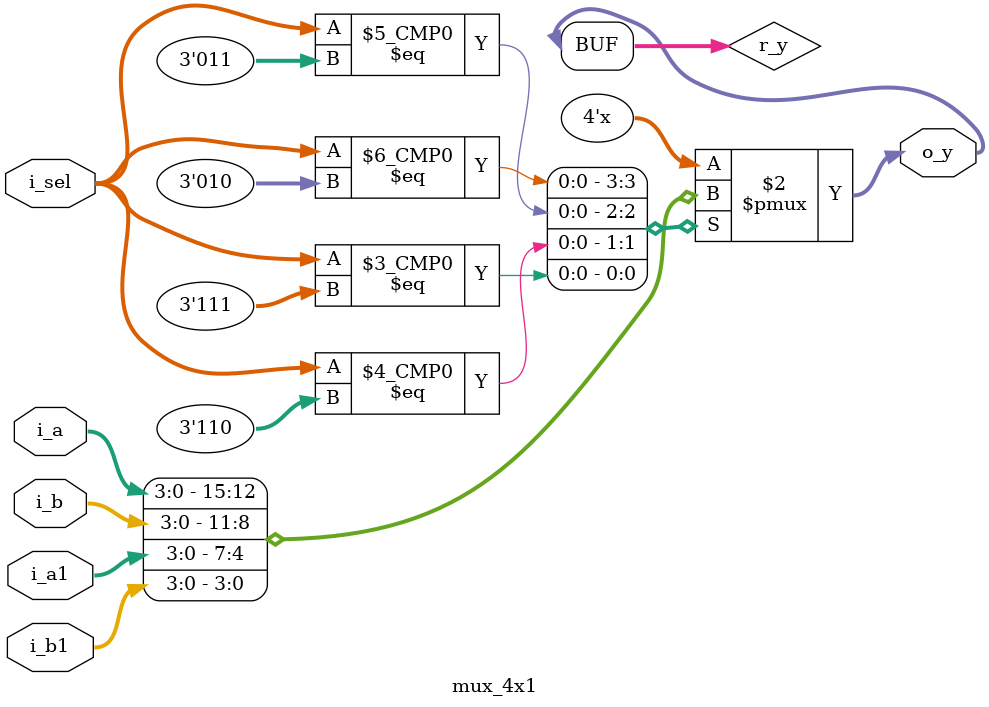
<source format=v>
`timescale 1ns / 1ps

module mux_4x1(
        input [3:0] i_a, i_b, i_a1, i_b1,
        input [2:0]i_sel,
        output [3:0] o_y
    );

    reg[3:0] r_y;
    assign o_y = r_y;

    always @(*) begin
        case (i_sel)
            3'b010 : r_y <= i_a;
            3'b011 : r_y <= i_b;

            3'b110 : r_y <= i_a1;
            3'b111 : r_y <= i_b1;
        endcase
    end
endmodule
</source>
